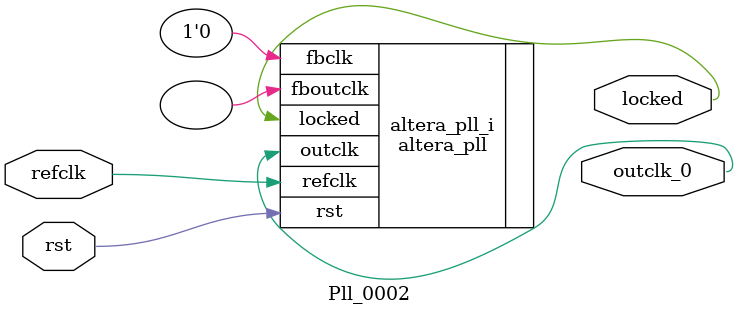
<source format=v>
`timescale 1ns/10ps
module  Pll_0002(

	// interface 'refclk'
	input wire refclk,

	// interface 'reset'
	input wire rst,

	// interface 'outclk0'
	output wire outclk_0,

	// interface 'locked'
	output wire locked
);

	altera_pll #(
		.fractional_vco_multiplier("false"),
		.reference_clock_frequency("50.0 MHz"),
		.operation_mode("direct"),
		.number_of_clocks(1),
		.output_clock_frequency0("60.000000 MHz"),
		.phase_shift0("0 ps"),
		.duty_cycle0(50),
		.output_clock_frequency1("0 MHz"),
		.phase_shift1("0 ps"),
		.duty_cycle1(50),
		.output_clock_frequency2("0 MHz"),
		.phase_shift2("0 ps"),
		.duty_cycle2(50),
		.output_clock_frequency3("0 MHz"),
		.phase_shift3("0 ps"),
		.duty_cycle3(50),
		.output_clock_frequency4("0 MHz"),
		.phase_shift4("0 ps"),
		.duty_cycle4(50),
		.output_clock_frequency5("0 MHz"),
		.phase_shift5("0 ps"),
		.duty_cycle5(50),
		.output_clock_frequency6("0 MHz"),
		.phase_shift6("0 ps"),
		.duty_cycle6(50),
		.output_clock_frequency7("0 MHz"),
		.phase_shift7("0 ps"),
		.duty_cycle7(50),
		.output_clock_frequency8("0 MHz"),
		.phase_shift8("0 ps"),
		.duty_cycle8(50),
		.output_clock_frequency9("0 MHz"),
		.phase_shift9("0 ps"),
		.duty_cycle9(50),
		.output_clock_frequency10("0 MHz"),
		.phase_shift10("0 ps"),
		.duty_cycle10(50),
		.output_clock_frequency11("0 MHz"),
		.phase_shift11("0 ps"),
		.duty_cycle11(50),
		.output_clock_frequency12("0 MHz"),
		.phase_shift12("0 ps"),
		.duty_cycle12(50),
		.output_clock_frequency13("0 MHz"),
		.phase_shift13("0 ps"),
		.duty_cycle13(50),
		.output_clock_frequency14("0 MHz"),
		.phase_shift14("0 ps"),
		.duty_cycle14(50),
		.output_clock_frequency15("0 MHz"),
		.phase_shift15("0 ps"),
		.duty_cycle15(50),
		.output_clock_frequency16("0 MHz"),
		.phase_shift16("0 ps"),
		.duty_cycle16(50),
		.output_clock_frequency17("0 MHz"),
		.phase_shift17("0 ps"),
		.duty_cycle17(50),
		.pll_type("General"),
		.pll_subtype("General")
	) altera_pll_i (
		.rst	(rst),
		.outclk	({outclk_0}),
		.locked	(locked),
		.fboutclk	( ),
		.fbclk	(1'b0),
		.refclk	(refclk)
	);
endmodule


</source>
